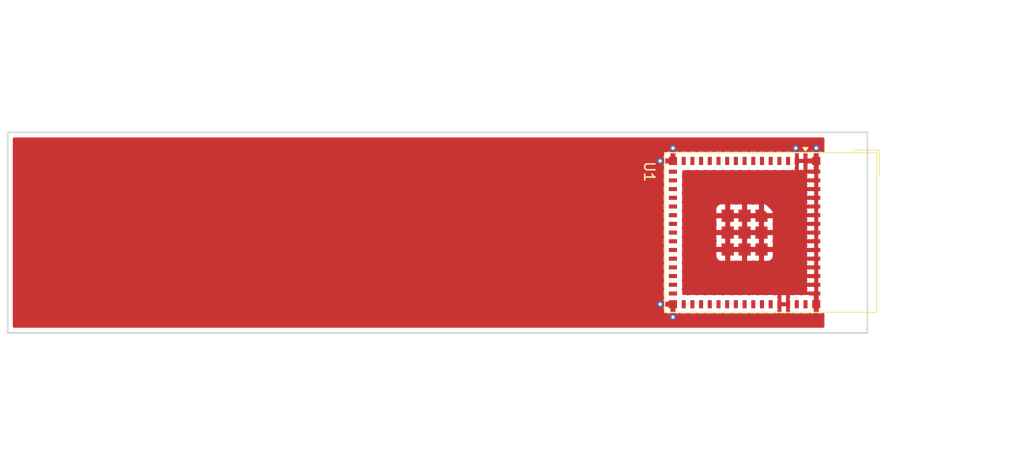
<source format=kicad_pcb>
(kicad_pcb (version 20240108) (generator "pcbnew") (generator_version "8.0")
  (layers (0 "F.Cu" signal) (1 "In1.Cu" signal) (2 "In2.Cu" signal) (31 "B.Cu" signal) (34 "B.Paste" user) (35 "F.Paste" user) (36 "B.SilkS" user "B.Silkscreen") (37 "F.SilkS" user "F.Silkscreen") (38 "B.Mask" user) (39 "F.Mask" user) (44 "Edge.Cuts" user))
  (net 0 "")
  (net 4 "GND")
  (footprint "RF_Module:ESP32-S2-MINI-1" (layer "F.Cu") (at 32.55 0 -90)
    (property "Reference" "U1" (at -5.95 11.85 -90) (layer "F.SilkS"))
    (property "Value" "ESP32-S3-MINI-1")
    (fp_line (start -7.8 10.35) (end -7.8 -10.35) (stroke (width 0.12)) (layer "F.SilkS"))
    (fp_line (start 7.8 10.35) (end -7.8 10.35) (stroke (width 0.12)) (layer "F.SilkS"))
    (fp_line (start -7.8 -10.35) (end 7.8 -10.35) (stroke (width 0.12)) (layer "F.SilkS"))
    (fp_line (start 7.8 -10.35) (end 7.8 10.35) (stroke (width 0.12)) (layer "F.SilkS"))
    (fp_line (start -8.075 -10.6) (end -8.075 -8.15) (stroke (width 0.12)) (layer "F.SilkS"))
    (fp_line (start -8.075 -10.6) (end -5.625 -10.6) (stroke (width 0.12)) (layer "F.SilkS"))
    (fp_poly (pts (xy -7.975 -3.4) (xy -8.311 -3.16) (xy -8.311 -3.64) (xy -7.975 -3.4)) (stroke (width 0.12)) (fill solid) (layer "F.SilkS"))
    (pad "1" smd rect (at -7 -3.4 270) (size 0.8 0.4) (layers "F.Cu" "F.Paste" "F.Mask") (net 4 "GND"))
    (pad "2" smd rect (at -7 -2.55 270) (size 0.8 0.4) (layers "F.Cu" "F.Paste" "F.Mask") (net 4 "GND"))
    (pad "3" smd rect (at -7 -1.7 270) (size 0.8 0.4) (layers "F.Cu" "F.Paste" "F.Mask"))
    (pad "4" smd rect (at -7 -0.85 270) (size 0.8 0.4) (layers "F.Cu" "F.Paste" "F.Mask"))
    (pad "5" smd rect (at -7 0 270) (size 0.8 0.4) (layers "F.Cu" "F.Paste" "F.Mask"))
    (pad "6" smd rect (at -7 0.85 270) (size 0.8 0.4) (layers "F.Cu" "F.Paste" "F.Mask"))
    (pad "7" smd rect (at -7 1.7 270) (size 0.8 0.4) (layers "F.Cu" "F.Paste" "F.Mask"))
    (pad "8" smd rect (at -7 2.55 270) (size 0.8 0.4) (layers "F.Cu" "F.Paste" "F.Mask"))
    (pad "9" smd rect (at -7 3.4 270) (size 0.8 0.4) (layers "F.Cu" "F.Paste" "F.Mask"))
    (pad "10" smd rect (at -7 4.25 270) (size 0.8 0.4) (layers "F.Cu" "F.Paste" "F.Mask"))
    (pad "11" smd rect (at -7 5.1 270) (size 0.8 0.4) (layers "F.Cu" "F.Paste" "F.Mask"))
    (pad "12" smd rect (at -7 5.95 270) (size 0.8 0.4) (layers "F.Cu" "F.Paste" "F.Mask"))
    (pad "13" smd rect (at -7 6.8 270) (size 0.8 0.4) (layers "F.Cu" "F.Paste" "F.Mask"))
    (pad "14" smd rect (at -7 7.65 270) (size 0.8 0.4) (layers "F.Cu" "F.Paste" "F.Mask"))
    (pad "15" smd rect (at -7 8.5 270) (size 0.8 0.4) (layers "F.Cu" "F.Paste" "F.Mask"))
    (pad "16" smd rect (at -5.95 9.55) (size 0.8 0.4) (layers "F.Cu" "F.Paste" "F.Mask"))
    (pad "17" smd rect (at -5.1 9.55) (size 0.8 0.4) (layers "F.Cu" "F.Paste" "F.Mask"))
    (pad "18" smd rect (at -4.25 9.55) (size 0.8 0.4) (layers "F.Cu" "F.Paste" "F.Mask"))
    (pad "19" smd rect (at -3.4 9.55) (size 0.8 0.4) (layers "F.Cu" "F.Paste" "F.Mask"))
    (pad "20" smd rect (at -2.55 9.55) (size 0.8 0.4) (layers "F.Cu" "F.Paste" "F.Mask"))
    (pad "21" smd rect (at -1.7 9.55) (size 0.8 0.4) (layers "F.Cu" "F.Paste" "F.Mask"))
    (pad "22" smd rect (at -0.85 9.55) (size 0.8 0.4) (layers "F.Cu" "F.Paste" "F.Mask"))
    (pad "23" smd rect (at 0 9.55) (size 0.8 0.4) (layers "F.Cu" "F.Paste" "F.Mask"))
    (pad "24" smd rect (at 0.85 9.55) (size 0.8 0.4) (layers "F.Cu" "F.Paste" "F.Mask"))
    (pad "25" smd rect (at 1.7 9.55) (size 0.8 0.4) (layers "F.Cu" "F.Paste" "F.Mask"))
    (pad "26" smd rect (at 2.55 9.55) (size 0.8 0.4) (layers "F.Cu" "F.Paste" "F.Mask"))
    (pad "27" smd rect (at 3.4 9.55) (size 0.8 0.4) (layers "F.Cu" "F.Paste" "F.Mask"))
    (pad "28" smd rect (at 4.25 9.55) (size 0.8 0.4) (layers "F.Cu" "F.Paste" "F.Mask"))
    (pad "29" smd rect (at 5.1 9.55) (size 0.8 0.4) (layers "F.Cu" "F.Paste" "F.Mask"))
    (pad "30" smd rect (at 5.95 9.55) (size 0.8 0.4) (layers "F.Cu" "F.Paste" "F.Mask"))
    (pad "31" smd rect (at 7 8.5 270) (size 0.8 0.4) (layers "F.Cu" "F.Paste" "F.Mask"))
    (pad "32" smd rect (at 7 7.65 270) (size 0.8 0.4) (layers "F.Cu" "F.Paste" "F.Mask"))
    (pad "33" smd rect (at 7 6.8 270) (size 0.8 0.4) (layers "F.Cu" "F.Paste" "F.Mask"))
    (pad "34" smd rect (at 7 5.95 270) (size 0.8 0.4) (layers "F.Cu" "F.Paste" "F.Mask"))
    (pad "35" smd rect (at 7 5.1 270) (size 0.8 0.4) (layers "F.Cu" "F.Paste" "F.Mask"))
    (pad "36" smd rect (at 7 4.25 270) (size 0.8 0.4) (layers "F.Cu" "F.Paste" "F.Mask"))
    (pad "37" smd rect (at 7 3.4 270) (size 0.8 0.4) (layers "F.Cu" "F.Paste" "F.Mask"))
    (pad "38" smd rect (at 7 2.55 270) (size 0.8 0.4) (layers "F.Cu" "F.Paste" "F.Mask"))
    (pad "39" smd rect (at 7 1.7 270) (size 0.8 0.4) (layers "F.Cu" "F.Paste" "F.Mask"))
    (pad "40" smd rect (at 7 0.85 270) (size 0.8 0.4) (layers "F.Cu" "F.Paste" "F.Mask"))
    (pad "41" smd rect (at 7 0 270) (size 0.8 0.4) (layers "F.Cu" "F.Paste" "F.Mask"))
    (pad "42" smd rect (at 7 -0.85 270) (size 0.8 0.4) (layers "F.Cu" "F.Paste" "F.Mask") (net 4 "GND"))
    (pad "43" smd rect (at 7 -1.7 270) (size 0.8 0.4) (layers "F.Cu" "F.Paste" "F.Mask") (net 4 "GND"))
    (pad "44" smd rect (at 7 -2.55 270) (size 0.8 0.4) (layers "F.Cu" "F.Paste" "F.Mask"))
    (pad "45" smd rect (at 7 -3.4 270) (size 0.8 0.4) (layers "F.Cu" "F.Paste" "F.Mask"))
    (pad "46" smd rect (at 5.95 -4.45) (size 0.8 0.4) (layers "F.Cu" "F.Paste" "F.Mask") (net 4 "GND"))
    (pad "47" smd rect (at 5.1 -4.45) (size 0.8 0.4) (layers "F.Cu" "F.Paste" "F.Mask") (net 4 "GND"))
    (pad "48" smd rect (at 4.25 -4.45) (size 0.8 0.4) (layers "F.Cu" "F.Paste" "F.Mask") (net 4 "GND"))
    (pad "49" smd rect (at 3.4 -4.45) (size 0.8 0.4) (layers "F.Cu" "F.Paste" "F.Mask") (net 4 "GND"))
    (pad "50" smd rect (at 2.55 -4.45) (size 0.8 0.4) (layers "F.Cu" "F.Paste" "F.Mask") (net 4 "GND"))
    (pad "51" smd rect (at 1.7 -4.45) (size 0.8 0.4) (layers "F.Cu" "F.Paste" "F.Mask") (net 4 "GND"))
    (pad "52" smd rect (at 0.85 -4.45) (size 0.8 0.4) (layers "F.Cu" "F.Paste" "F.Mask") (net 4 "GND"))
    (pad "53" smd rect (at 0 -4.45) (size 0.8 0.4) (layers "F.Cu" "F.Paste" "F.Mask") (net 4 "GND"))
    (pad "54" smd rect (at -0.85 -4.45) (size 0.8 0.4) (layers "F.Cu" "F.Paste" "F.Mask") (net 4 "GND"))
    (pad "55" smd rect (at -1.7 -4.45) (size 0.8 0.4) (layers "F.Cu" "F.Paste" "F.Mask") (net 4 "GND"))
    (pad "56" smd rect (at -2.55 -4.45) (size 0.8 0.4) (layers "F.Cu" "F.Paste" "F.Mask") (net 4 "GND"))
    (pad "57" smd rect (at -3.4 -4.45) (size 0.8 0.4) (layers "F.Cu" "F.Paste" "F.Mask") (net 4 "GND"))
    (pad "58" smd rect (at -4.25 -4.45) (size 0.8 0.4) (layers "F.Cu" "F.Paste" "F.Mask") (net 4 "GND"))
    (pad "59" smd rect (at -5.1 -4.45) (size 0.8 0.4) (layers "F.Cu" "F.Paste" "F.Mask") (net 4 "GND"))
    (pad "60" smd rect (at -5.95 -4.45) (size 0.8 0.4) (layers "F.Cu" "F.Paste" "F.Mask") (net 4 "GND"))
    (pad "61" smd roundrect (at -1.65 0.9 270) (size 1.2 1.2) (layers "F.Cu" "F.Paste" "F.Mask") (roundrect_rratio 0) (chamfer_ratio 0.33) (chamfer top_left) (net 4 "GND"))
    (pad "61" smd rect (at -1.65 2.55 270) (size 1.2 1.2) (layers "F.Cu" "F.Paste" "F.Mask") (net 4 "GND"))
    (pad "61" smd rect (at -1.65 4.2 270) (size 1.2 1.2) (layers "F.Cu" "F.Paste" "F.Mask") (net 4 "GND"))
    (pad "61" smd rect (at 0 0.9 270) (size 1.2 1.2) (layers "F.Cu" "F.Paste" "F.Mask") (net 4 "GND"))
    (pad "61" smd rect (at 0 2.55 270) (size 1.2 1.2) (layers "F.Cu" "F.Paste" "F.Mask") (net 4 "GND"))
    (pad "61" smd rect (at 0 4.2 270) (size 1.2 1.2) (layers "F.Cu" "F.Paste" "F.Mask") (net 4 "GND"))
    (pad "61" smd rect (at 1.65 0.9 270) (size 1.2 1.2) (layers "F.Cu" "F.Paste" "F.Mask") (net 4 "GND"))
    (pad "61" smd rect (at 1.65 2.55 270) (size 1.2 1.2) (layers "F.Cu" "F.Paste" "F.Mask") (net 4 "GND"))
    (pad "61" smd rect (at 1.65 4.2 270) (size 1.2 1.2) (layers "F.Cu" "F.Paste" "F.Mask") (net 4 "GND"))
    (pad "62" smd rect (at -7 -4.45 270) (size 0.8 0.8) (layers "F.Cu" "F.Paste" "F.Mask") (net 4 "GND"))
    (pad "63" smd rect (at -7 9.55 270) (size 0.8 0.8) (layers "F.Cu" "F.Paste" "F.Mask") (net 4 "GND"))
    (pad "64" smd rect (at 7 9.55 270) (size 0.8 0.8) (layers "F.Cu" "F.Paste" "F.Mask") (net 4 "GND"))
    (pad "65" smd rect (at 7 -4.45 270) (size 0.8 0.8) (layers "F.Cu" "F.Paste" "F.Mask") (net 4 "GND"))
    (zone (net 0) (net_name "") (layers "*.Cu") (name "Antenna") (connect_pads (clearance 0)) (min_thickness 0.254)
      (keepout (tracks not_allowed) (vias not_allowed) (pads not_allowed) (copperpour not_allowed) (footprints not_allowed))
      (fill (thermal_gap 0.508) (thermal_bridge_width 0.508))
      (polygon (pts (xy 37.8 22.7) (xy 37.8 -22.7) (xy 57.3 -22.7) (xy 57.3 22.7)))
    )
  )
  (gr_line (start 42 -9.8) (end 42 9.8) (stroke (width 0.16)) (layer "Edge.Cuts"))
  (gr_line (start 42 9.8) (end -42 9.8) (stroke (width 0.16)) (layer "Edge.Cuts"))
  (gr_line (start -42 -9.8) (end -42 9.8) (stroke (width 0.16)) (layer "Edge.Cuts"))
  (gr_line (start -42 -9.8) (end 42 -9.8) (stroke (width 0.16)) (layer "Edge.Cuts"))
  (via (at 37 -8.25) (size 0.6) (drill 0.3) (layers "F.Cu" "B.Cu") (net 4))
  (via (at 23 8.25) (size 0.6) (drill 0.3) (layers "F.Cu" "B.Cu") (net 4))
  (via (at 21.75 -7) (size 0.6) (drill 0.3) (layers "F.Cu" "B.Cu") (net 4))
  (via (at 23 -8.25) (size 0.6) (drill 0.3) (layers "F.Cu" "B.Cu") (net 4))
  (via (at 21.75 7) (size 0.6) (drill 0.3) (layers "F.Cu" "B.Cu") (net 4))
  (via (at 35 -8.25) (size 0.6) (drill 0.3) (layers "F.Cu" "B.Cu") (net 4))
  (zone (net 4) (net_name "GND") (layer "F.Cu") (priority 1) (connect_pads (clearance 0.5)) (min_thickness 0.25) (fill yes (thermal_gap 0.5) (thermal_bridge_width 0.5))
    (polygon (pts (xy -42.75 -10.5) (xy -42.75 10.5) (xy 42 10.5) (xy 42 -10.5)))
  )
)
</source>
